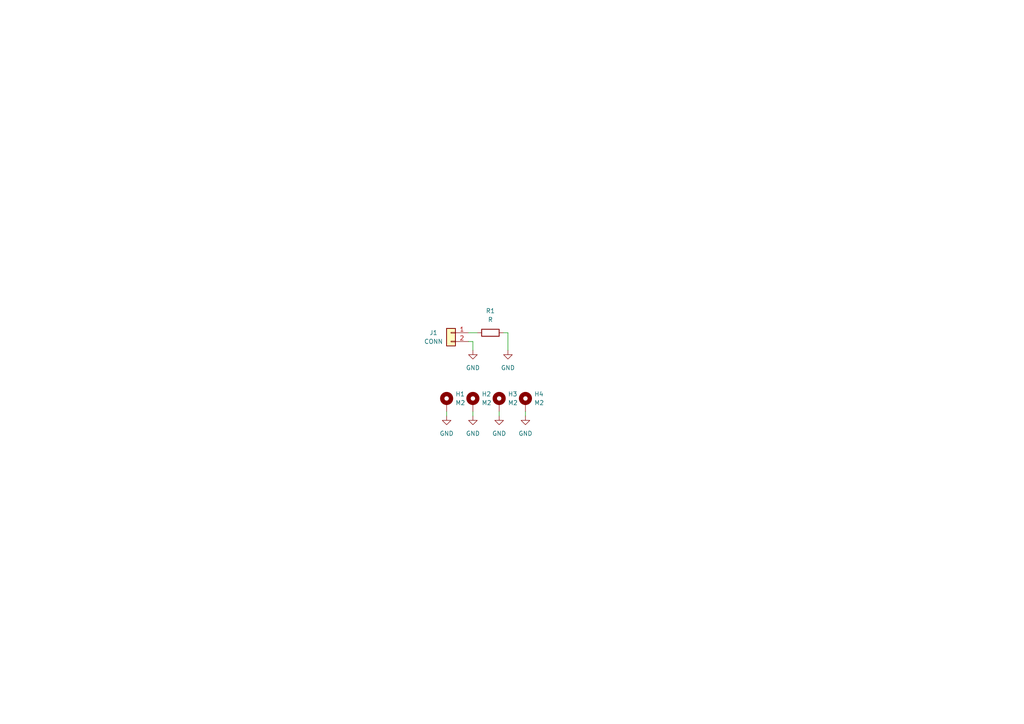
<source format=kicad_sch>
(kicad_sch (version 20211123) (generator eeschema)
  (paper "A4")
  (lib_symbols
    (symbol "Connector_Generic:Conn_01x02" (pin_names (offset 1.016) hide)
      (property "Reference" "J" (at 0 2.54 0))
      (property "Value" "Conn_01x02" (at 0 -5.08 0))
      (symbol "Conn_01x02_1_1"
        (rectangle (start -1.27 -2.413) (end 0 -2.667) (stroke (width 0.1524)))
        (rectangle (start -1.27 0.127) (end 0 -0.127) (stroke (width 0.1524)))
        (rectangle (start -1.27 1.27) (end 1.27 -3.81) (stroke (width 0.254)) (fill (type background)))
        (pin passive line (at -5.08 0 0) (length 3.81) (name "Pin_1") (number "1"))
        (pin passive line (at -5.08 -2.54 0) (length 3.81) (name "Pin_2") (number "2"))
      )
    )
    (symbol "Device:R" (pin_numbers hide) (pin_names (offset 0))
      (property "Reference" "R" (at 2.032 0 90))
      (property "Value" "R" (at 0 0 90))
      (symbol "R_0_1"
        (rectangle (start -1.016 -2.54) (end 1.016 2.54) (stroke (width 0.254)))
      )
      (symbol "R_1_1"
        (pin passive line (at 0 3.81 270) (length 1.27) (name "~") (number "1"))
        (pin passive line (at 0 -3.81 90) (length 1.27) (name "~") (number "2"))
      )
    )
    (symbol "Mechanical:MountingHole_Pad" (pin_numbers hide) (pin_names (offset 1.016) hide)
      (property "Reference" "H" (at 0 6.35 0))
      (property "Value" "MountingHole_Pad" (at 0 4.445 0))
      (symbol "MountingHole_Pad_0_1"
        (circle (center 0 1.27) (radius 1.27) (stroke (width 1.27)))
      )
      (symbol "MountingHole_Pad_1_1"
        (pin input line (at 0 -2.54 90) (length 2.54) (name "1") (number "1"))
      )
    )
    (symbol "power:GND" (power) (pin_names (offset 0))
      (property "Value" "GND" (at 0 -3.81 0))
      (symbol "GND_0_1"
        (polyline (pts (xy 0 0) (xy 0 -1.27) (xy 1.27 -1.27) (xy 0 -2.54) (xy -1.27 -1.27) (xy 0 -1.27)))
      )
      (symbol "GND_1_1"
        (pin power_in line (at 0 0 270) (length 0) hide (name "GND") (number "1"))
      )
    )
  )
  (wire (pts (xy 152.4 119.38) (xy 152.4 120.65)))
  (wire (pts (xy 135.89 99.06) (xy 137.16 99.06)))
  (wire (pts (xy 135.89 96.52) (xy 138.43 96.52)))
  (wire (pts (xy 129.54 119.38) (xy 129.54 120.65)))
  (wire (pts (xy 137.16 99.06) (xy 137.16 101.6)))
  (wire (pts (xy 147.32 101.6) (xy 147.32 96.52)))
  (wire (pts (xy 137.16 119.38) (xy 137.16 120.65)))
  (wire (pts (xy 147.32 96.52) (xy 146.05 96.52)))
  (wire (pts (xy 144.78 119.38) (xy 144.78 120.65)))
  (symbol (lib_id "power:GND") (at 137.16 101.6 0) (unit 1)
    (property "Reference" "#PWR0103" (effects hide))
    (property "Value" "GND" (at 137.16 106.68 0))
  )
  (symbol (lib_id "Device:R") (at 142.24 96.52 90) (unit 1)
    (property "Reference" "R1" (at 142.24 90.17 90))
    (property "Value" "R" (at 142.24 92.71 90))
    (property "Footprint" "Resistor_SMD:R_0805_2012Metric" (effects hide))
  )
  (symbol (lib_id "Mechanical:MountingHole_Pad") (at 137.16 116.84 0) (unit 1)
    (property "Reference" "H2" (at 139.7 114.2999 0) (effects (justify left)))
    (property "Value" "M2" (at 139.7 116.8399 0) (effects (justify left)))
    (property "Footprint" "modular-rf-bench-footprints:M2-hole" (effects hide))
  )
  (symbol (lib_id "power:GND") (at 137.16 120.65 0) (unit 1)
    (property "Reference" "#PWR0106" (effects hide))
    (property "Value" "GND" (at 137.16 125.73 0))
  )
  (symbol (lib_id "Mechanical:MountingHole_Pad") (at 152.4 116.84 0) (unit 1)
    (property "Reference" "H4" (at 154.94 114.2999 0) (effects (justify left)))
    (property "Value" "M2" (at 154.94 116.8399 0) (effects (justify left)))
    (property "Footprint" "modular-rf-bench-footprints:M2-hole" (effects hide))
  )
  (symbol (lib_id "Connector_Generic:Conn_01x02") (at 130.81 96.52 0) (mirror y) (unit 1)
    (property "Reference" "J1" (at 125.73 96.52 0))
    (property "Value" "CONN" (at 125.73 99.06 0))
    (property "Footprint" "modular-rf-bench-footprints:edge-connector" (effects hide))
  )
  (symbol (lib_id "power:GND") (at 129.54 120.65 0) (unit 1)
    (property "Reference" "#PWR0105" (effects hide))
    (property "Value" "GND" (at 129.54 125.73 0))
  )
  (symbol (lib_id "power:GND") (at 144.78 120.65 0) (unit 1)
    (property "Reference" "#PWR0102" (effects hide))
    (property "Value" "GND" (at 144.78 125.73 0))
  )
  (symbol (lib_id "power:GND") (at 152.4 120.65 0) (unit 1)
    (property "Reference" "#PWR0101" (effects hide))
    (property "Value" "GND" (at 152.4 125.73 0))
  )
  (symbol (lib_id "Mechanical:MountingHole_Pad") (at 144.78 116.84 0) (unit 1)
    (property "Reference" "H3" (at 147.32 114.2999 0) (effects (justify left)))
    (property "Value" "M2" (at 147.32 116.8399 0) (effects (justify left)))
    (property "Footprint" "modular-rf-bench-footprints:M2-hole" (effects hide))
  )
  (symbol (lib_id "power:GND") (at 147.32 101.6 0) (unit 1)
    (property "Reference" "#PWR0104" (effects hide))
    (property "Value" "GND" (at 147.32 106.68 0))
  )
  (symbol (lib_id "Mechanical:MountingHole_Pad") (at 129.54 116.84 0) (unit 1)
    (property "Reference" "H1" (at 132.08 114.2999 0) (effects (justify left)))
    (property "Value" "M2" (at 132.08 116.8399 0) (effects (justify left)))
    (property "Footprint" "modular-rf-bench-footprints:M2-hole" (effects hide))
  )
)
</source>
